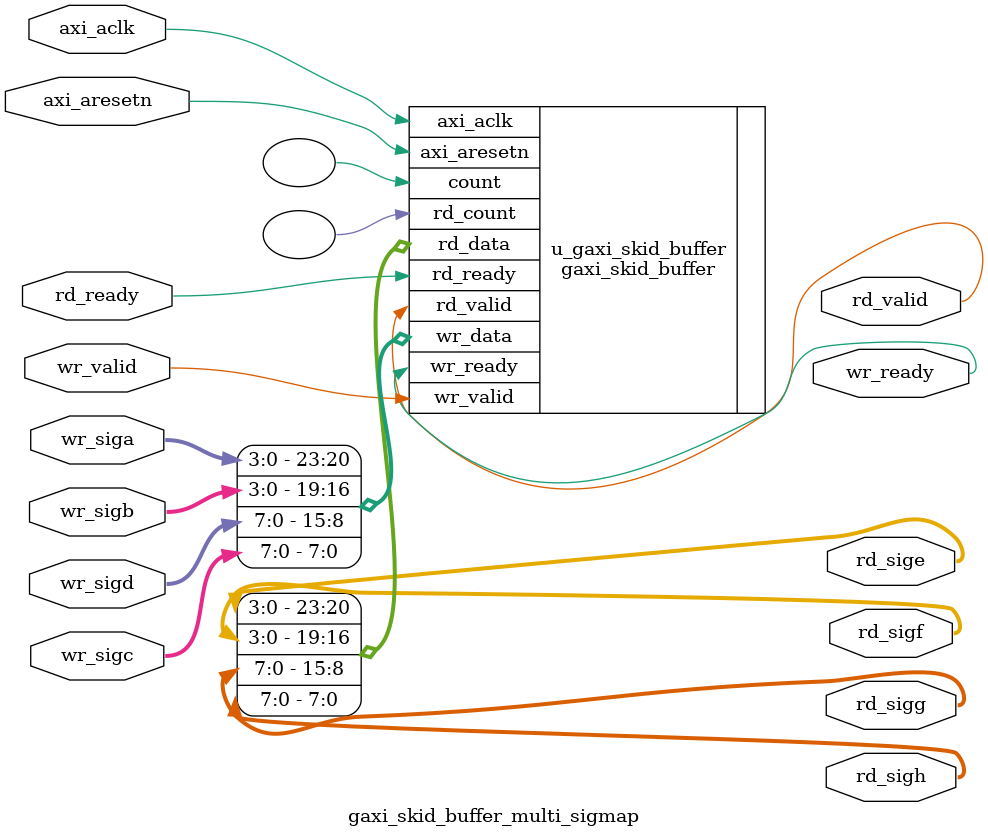
<source format=sv>

module gaxi_skid_buffer_multi_sigmap #(
    parameter integer ADDR_WIDTH = 4,
    parameter integer CTRL_WIDTH = 4,
    parameter integer DATA_WIDTH = 8,
    parameter integer DEPTH = 2,
    parameter integer AW = ADDR_WIDTH,
    parameter integer CW = CTRL_WIDTH,
    parameter integer DW = DATA_WIDTH
)(
    input  logic                axi_aclk,
    input  logic                axi_aresetn,
    // Write channel
    input  logic                wr_valid,
    output logic                wr_ready,
    input  logic [AW-1:0]       wr_siga,    // addr
    input  logic [CW-1:0]       wr_sigb,    // ctrl
    input  logic [DW-1:0]       wr_sigc,    // data0
    input  logic [DW-1:0]       wr_sigd,    // data1
    // Read channel
    output logic                rd_valid,
    input  logic                rd_ready,
    output logic [AW-1:0]       rd_sige,    // addr
    output logic [CW-1:0]       rd_sigf,    // ctrl
    output logic [DW-1:0]       rd_sigg,    // data0
    output logic [DW-1:0]       rd_sigh     // data1
);

    // Instantiate the original skid buffer
    gaxi_skid_buffer #(.DATA_WIDTH(AW+CW+DW+DW), .DEPTH(DEPTH)) u_gaxi_skid_buffer (
        .axi_aclk    (axi_aclk),
        .axi_aresetn (axi_aresetn),
        .wr_valid    (wr_valid),
        .wr_ready    (wr_ready),
        .wr_data     ({wr_siga, wr_sigb, wr_sigd, wr_sigc}),
        .rd_valid    (rd_valid),
        .rd_ready    (rd_ready),
        .rd_data     ({rd_sige, rd_sigf, rd_sigh, rd_sigg}),
        .count      (),
        .rd_count    ()
    );

endmodule : gaxi_skid_buffer_multi_sigmap

</source>
